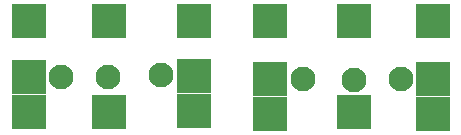
<source format=gbr>
%TF.GenerationSoftware,KiCad,Pcbnew,(6.0.4)*%
%TF.CreationDate,2023-01-17T21:57:26-05:00*%
%TF.ProjectId,tube,74756265-2e6b-4696-9361-645f70636258,rev?*%
%TF.SameCoordinates,Original*%
%TF.FileFunction,Soldermask,Top*%
%TF.FilePolarity,Negative*%
%FSLAX46Y46*%
G04 Gerber Fmt 4.6, Leading zero omitted, Abs format (unit mm)*
G04 Created by KiCad (PCBNEW (6.0.4)) date 2023-01-17 21:57:26*
%MOMM*%
%LPD*%
G01*
G04 APERTURE LIST*
%ADD10R,3.000000X3.000000*%
%ADD11C,2.100000*%
G04 APERTURE END LIST*
D10*
%TO.C,REF\u002A\u002A*%
X1500000Y-9300000D03*
%TD*%
D11*
%TO.C,REF\u002A\u002A*%
X29000000Y-6600000D03*
%TD*%
D10*
%TO.C,*%
X35700000Y-1600000D03*
%TD*%
%TO.C,*%
X29000000Y-1600000D03*
%TD*%
%TO.C,*%
X1500000Y-1600000D03*
%TD*%
%TO.C,*%
X15500000Y-9250000D03*
%TD*%
%TO.C,REF\u002A\u002A*%
X29000000Y-9300000D03*
%TD*%
%TO.C,REF\u002A\u002A*%
X8300000Y-9300000D03*
%TD*%
D11*
%TO.C,REF\u002A\u002A*%
X4200000Y-6400000D03*
%TD*%
D10*
%TO.C,*%
X15500000Y-1600000D03*
%TD*%
D11*
%TO.C,REF\u002A\u002A*%
X12700000Y-6200000D03*
%TD*%
D10*
%TO.C,*%
X35700000Y-6500000D03*
%TD*%
%TO.C,*%
X8300000Y-1600000D03*
%TD*%
%TO.C,*%
X21900000Y-1600000D03*
%TD*%
D11*
%TO.C,REF\u002A\u002A*%
X33000000Y-6500000D03*
%TD*%
D10*
%TO.C,*%
X15500000Y-6300000D03*
%TD*%
%TO.C,*%
X21900000Y-9500000D03*
%TD*%
%TO.C,*%
X1500000Y-6350000D03*
%TD*%
%TO.C,*%
X35700000Y-9500000D03*
%TD*%
D11*
%TO.C,REF\u002A\u002A*%
X8200000Y-6400000D03*
%TD*%
D10*
%TO.C,*%
X21900000Y-6500000D03*
%TD*%
D11*
%TO.C,REF\u002A\u002A*%
X24700000Y-6500000D03*
%TD*%
M02*

</source>
